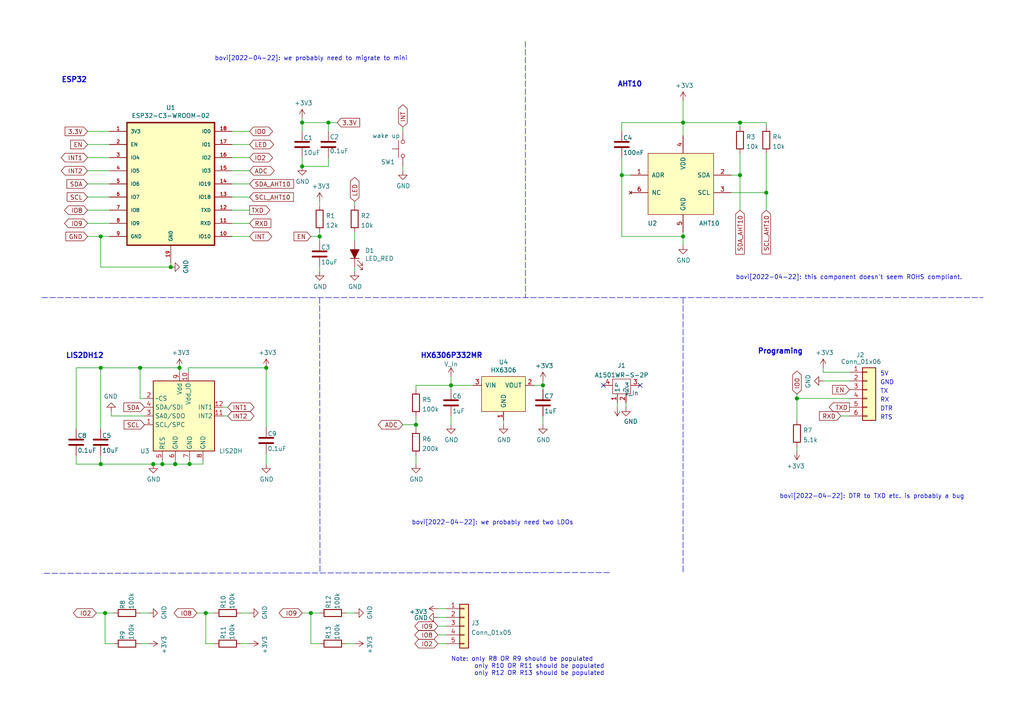
<source format=kicad_sch>
(kicad_sch (version 20211123) (generator eeschema)
  (paper "A4")
  (title_block (title "MindDot") (date "2022-04-22") (rev "2.0-alpha-1") (company "Siemens Ltd. China"))
  (lib_symbols
    (symbol "Connector_Generic:Conn_01x05" (pin_names (offset 1.016) hide)
      (property "Reference" "J" (at 0 7.62 0))
      (property "Value" "Conn_01x05" (at 0 -7.62 0))
      (symbol "Conn_01x05_1_1"
        (rectangle (start -1.27 -4.953) (end 0 -5.207) (stroke (width 0.1524)))
        (rectangle (start -1.27 -2.413) (end 0 -2.667) (stroke (width 0.1524)))
        (rectangle (start -1.27 0.127) (end 0 -0.127) (stroke (width 0.1524)))
        (rectangle (start -1.27 2.667) (end 0 2.413) (stroke (width 0.1524)))
        (rectangle (start -1.27 5.207) (end 0 4.953) (stroke (width 0.1524)))
        (rectangle (start -1.27 6.35) (end 1.27 -6.35) (stroke (width 0.254)) (fill (type background)))
        (pin passive line (at -5.08 5.08 0) (length 3.81) (name "Pin_1") (number "1"))
        (pin passive line (at -5.08 2.54 0) (length 3.81) (name "Pin_2") (number "2"))
        (pin passive line (at -5.08 0 0) (length 3.81) (name "Pin_3") (number "3"))
        (pin passive line (at -5.08 -2.54 0) (length 3.81) (name "Pin_4") (number "4"))
        (pin passive line (at -5.08 -5.08 0) (length 3.81) (name "Pin_5") (number "5"))
      )
    )
    (symbol "Connector_Generic:Conn_02x05_Odd_Even" (pin_names (offset 1.016) hide)
      (property "Reference" "J?" (at -1.9304 10.0838 0))
      (property "Value" "Conn_01x06" (at -1.7272 8.128 0))
      (symbol "Conn_02x05_Odd_Even_1_1"
        (rectangle (start -1.27 -4.953) (end 0 -5.207) (stroke (width 0.1524)))
        (rectangle (start -1.27 -2.413) (end 0 -2.667) (stroke (width 0.1524)))
        (rectangle (start -1.27 0.127) (end 0 -0.127) (stroke (width 0.1524)))
        (rectangle (start -1.27 2.667) (end 0 2.413) (stroke (width 0.1524)))
        (rectangle (start -1.27 5.207) (end 0 4.953) (stroke (width 0.1524)))
        (rectangle (start -1.27 6.35) (end 2.54 -8.89) (stroke (width 0.254)) (fill (type background)))
        (rectangle (start -1.2192 -7.5184) (end 0.0508 -7.7724) (stroke (width 0.1524)))
        (pin passive line (at -5.08 5.08 0) (length 3.81) (name "Pin_1") (number "1"))
        (pin passive line (at -5.08 2.54 0) (length 3.81) (name "Pin_2") (number "2"))
        (pin passive line (at -5.08 0 0) (length 3.81) (name "Pin_3") (number "3"))
        (pin passive line (at -5.08 -2.54 0) (length 3.81) (name "Pin_4") (number "4"))
        (pin passive line (at -5.08 -5.08 0) (length 3.81) (name "Pin_5") (number "5"))
        (pin passive line (at -5.08 -7.62 0) (length 3.81) (name "Pin_6") (number "6"))
      )
    )
    (symbol "Device:C_1" (pin_numbers hide) (pin_names (offset 0.254))
      (property "Reference" "C" (at 0.635 2.54 0))
      (property "Value" "C" (at 0.635 -2.54 0))
      (symbol "C_1_0_1"
        (polyline (pts (xy -2.032 -0.762) (xy 2.032 -0.762)) (stroke (width 0.508)))
        (polyline (pts (xy -2.032 0.762) (xy 2.032 0.762)) (stroke (width 0.508)))
      )
      (symbol "C_1_1_1"
        (pin passive line (at 0 3.81 270) (length 2.794) (name "~") (number "1"))
        (pin passive line (at 0 -3.81 90) (length 2.794) (name "~") (number "2"))
      )
    )
    (symbol "Device:LED_ALT" (pin_numbers hide) (pin_names (offset 1.016) hide)
      (property "Reference" "D" (at 0 2.54 0))
      (property "Value" "Device_LED_ALT" (at 0 -2.54 0))
      (symbol "LED_ALT_0_1"
        (polyline (pts (xy -1.27 -1.27) (xy -1.27 1.27)) (stroke (width 0.2032)))
        (polyline (pts (xy -1.27 0) (xy 1.27 0)))
        (polyline (pts (xy 1.27 -1.27) (xy 1.27 1.27) (xy -1.27 0) (xy 1.27 -1.27)) (stroke (width 0.2032)) (fill (type outline)))
        (polyline (pts (xy -3.048 -0.762) (xy -4.572 -2.286) (xy -3.81 -2.286) (xy -4.572 -2.286) (xy -4.572 -1.524)))
        (polyline (pts (xy -1.778 -0.762) (xy -3.302 -2.286) (xy -2.54 -2.286) (xy -3.302 -2.286) (xy -3.302 -1.524)))
      )
      (symbol "LED_ALT_1_1"
        (pin passive line (at -3.81 0 0) (length 2.54) (name "K") (number "1"))
        (pin passive line (at 3.81 0 180) (length 2.54) (name "A") (number "2"))
      )
    )
    (symbol "Device:R_1" (pin_numbers hide) (pin_names (offset 0))
      (property "Reference" "R" (at 2.032 0 90))
      (property "Value" "R" (at 0 0 90))
      (symbol "R_1_0_1"
        (rectangle (start -1.016 -2.54) (end 1.016 2.54) (stroke (width 0.254)))
      )
      (symbol "R_1_1_1"
        (pin passive line (at 0 3.81 270) (length 1.27) (name "~") (number "1"))
        (pin passive line (at 0 -3.81 90) (length 1.27) (name "~") (number "2"))
      )
    )
    (symbol "ESP-AHT10-Extra-rescue:AHT10-AHT10" (pin_names (offset 1.016))
      (property "Reference" "U2" (at -8.89 -11.43 0))
      (property "Value" "AHT10" (at 7.62 -11.43 0))
      (symbol "AHT10-AHT10_0_1"
        (rectangle (start -10.16 8.89) (end 8.89 -8.89) (fill (type background)))
      )
      (symbol "AHT10-AHT10_1_1"
        (pin input line (at -15.24 2.54 0) (length 5.08) (name "ADR") (number "1"))
        (pin bidirectional line (at 13.97 2.54 180) (length 5.08) (name "SDA") (number "2"))
        (pin bidirectional line (at 13.97 -2.54 180) (length 5.08) (name "SCL") (number "3"))
        (pin power_in line (at 0 13.97 270) (length 5.08) (name "VDD") (number "4"))
        (pin power_in line (at 0 -13.97 90) (length 5.08) (name "GND") (number "5"))
        (pin no_connect line (at -15.24 -2.54 0) (length 5.08) (name "NC") (number "6"))
      )
    )
    (symbol "ESP-AHT10-Extra-rescue:GND-power" (power) (pin_names (offset 0))
      (property "Value" "GND-power" (at 0 -3.81 0))
      (symbol "GND-power_0_1"
        (polyline (pts (xy 0 0) (xy 0 -1.27) (xy 1.27 -1.27) (xy 0 -2.54) (xy -1.27 -1.27) (xy 0 -1.27)))
      )
      (symbol "GND-power_1_1"
        (pin power_in line (at 0 0 270) (length 0) hide (name "GND") (number "1"))
      )
    )
    (symbol "Library:V_In" (power) (pin_names (offset 0))
      (property "Value" "V_In" (at -2.1589 -4.0985 0))
      (symbol "V_In_0_1"
        (polyline (pts (xy -0.762 1.27) (xy 0 2.54)))
        (polyline (pts (xy 0 0) (xy 0 2.54)))
        (polyline (pts (xy 0 2.54) (xy 0.762 1.27)))
      )
      (symbol "V_In_1_1"
        (pin power_in line (at 0 0 90) (length 0) hide (name "V_In") (number "1"))
      )
    )
    (symbol "Library:V_In_1" (power) (pin_names (offset 0))
      (property "Value" "V_In" (at 0 3.6046 0))
      (symbol "V_In_1_0_1"
        (polyline (pts (xy -0.762 1.27) (xy 0 2.54)))
        (polyline (pts (xy 0 0) (xy 0 2.54)))
        (polyline (pts (xy 0 2.54) (xy 0.762 1.27)))
      )
      (symbol "V_In_1_1_1"
        (pin power_in line (at 0 0 90) (length 0) hide (name "V_In") (number "1"))
      )
    )
    (symbol "Sensor_Motion:LIS2DH"
      (property "Reference" "U3" (at -11.43 -10.16 0))
      (property "Value" "LIS2DH" (at 11.43 -10.16 0))
      (symbol "LIS2DH_0_1"
        (rectangle (start -7.62 10.16) (end 10.16 -10.16) (stroke (width 0.254)) (fill (type background)))
      )
      (symbol "LIS2DH_1_1"
        (pin input line (at -10.16 -2.54 0) (length 2.54) (name "SCL/SPC") (number "1"))
        (pin power_in line (at 2.54 12.7 270) (length 2.54) (name "Vdd_IO") (number "10"))
        (pin output line (at 12.7 0 180) (length 2.54) (name "INT2") (number "11"))
        (pin output line (at 12.7 2.54 180) (length 2.54) (name "INT1") (number "12"))
        (pin input line (at -10.16 5.08 0) (length 2.54) (name "~CS") (number "2"))
        (pin bidirectional line (at -10.16 0 0) (length 2.54) (name "SA0/SDO") (number "3"))
        (pin bidirectional line (at -10.16 2.54 0) (length 2.54) (name "SDA/SDI") (number "4"))
        (pin power_in line (at -4.9784 -12.8524 90) (length 2.54) (name "RES") (number "5"))
        (pin power_in line (at -1.2192 -12.8016 90) (length 2.54) (name "GND") (number "6"))
        (pin power_in line (at 2.921 -12.827 90) (length 2.54) (name "GND") (number "7"))
        (pin power_in line (at 6.8072 -12.8016 90) (length 2.54) (name "GND") (number "8"))
        (pin power_in line (at 0 12.7 270) (length 2.54) (name "Vdd") (number "9"))
      )
    )
    (symbol "Subrack:HX6306" (pin_names (offset 1.016))
      (property "Reference" "U" (at 0 3.81 0))
      (property "Value" "HX6306" (at 5.08 -8.89 0))
      (symbol "HX6306_0_1"
        (rectangle (start -6.35 2.54) (end 6.35 -7.62) (fill (type background)))
      )
      (symbol "HX6306_1_1"
        (pin power_in line (at 0 -10.16 90) (length 2.54) (name "GND") (number "1"))
        (pin power_out line (at 8.89 0 180) (length 2.54) (name "VOUT") (number "2"))
        (pin power_in line (at -8.89 0 0) (length 2.54) (name "VIN") (number "3"))
      )
    )
    (symbol "e-tinkers-esp32-c3-rescue:+3.3V-power" (power) (pin_names (offset 0))
      (property "Value" "+3.3V-power" (at 0 3.556 0))
      (symbol "+3.3V-power_0_1"
        (polyline (pts (xy -0.762 1.27) (xy 0 2.54)))
        (polyline (pts (xy 0 0) (xy 0 2.54)))
        (polyline (pts (xy 0 2.54) (xy 0.762 1.27)))
      )
      (symbol "+3.3V-power_1_1"
        (pin power_in line (at 0 0 90) (length 0) hide (name "+3V3") (number "1"))
      )
    )
    (symbol "e-tinkers-esp32-c3-rescue:ESP32-C3-WROOM-02-ESP32-C3-WROOM-02" (pin_names (offset 1.016))
      (property "Reference" "U1" (at 0 22.098 0))
      (property "Value" "ESP32-C3-WROOM-02" (at 0 19.7866 0))
      (symbol "ESP32-C3-WROOM-02-ESP32-C3-WROOM-02_0_0"
        (rectangle (start -12.7 -17.78) (end 12.7 17.78) (stroke (width 0.4064)) (fill (type background)))
        (pin power_in line (at -17.78 15.24 0) (length 5.08) (name "3V3") (number "1"))
        (pin bidirectional line (at 17.78 -15.24 180) (length 5.08) (name "IO10") (number "10"))
        (pin bidirectional line (at 17.78 -11.43 180) (length 5.08) (name "RXD") (number "11"))
        (pin bidirectional line (at 17.78 -7.62 180) (length 5.08) (name "TXD") (number "12"))
        (pin bidirectional line (at 17.78 -3.81 180) (length 5.08) (name "IO18") (number "13"))
        (pin open_collector line (at 17.78 0 180) (length 5.08) (name "IO19") (number "14"))
        (pin bidirectional line (at 17.78 3.81 180) (length 5.08) (name "IO3") (number "15"))
        (pin bidirectional line (at 17.78 7.62 180) (length 5.08) (name "IO2") (number "16"))
        (pin bidirectional line (at 17.78 11.43 180) (length 5.08) (name "IO1") (number "17"))
        (pin bidirectional line (at 17.78 15.24 180) (length 5.08) (name "IO0") (number "18"))
        (pin power_in line (at 0 -22.86 90) (length 5.08) (name "GND") (number "19"))
        (pin input line (at -17.78 11.43 0) (length 5.08) (name "EN") (number "2"))
        (pin bidirectional line (at -17.78 7.62 0) (length 5.08) (name "IO4") (number "3"))
        (pin bidirectional line (at -17.78 3.81 0) (length 5.08) (name "IO5") (number "4"))
        (pin bidirectional line (at -17.78 0 0) (length 5.08) (name "IO6") (number "5"))
        (pin bidirectional line (at -17.78 -3.81 0) (length 5.08) (name "IO7") (number "6"))
        (pin bidirectional line (at -17.78 -7.62 0) (length 5.08) (name "IO8") (number "7"))
        (pin bidirectional line (at -17.78 -11.43 0) (length 5.08) (name "IO9") (number "8"))
        (pin power_in line (at -17.78 -15.24 0) (length 5.08) (name "GND") (number "9"))
      )
    )
    (symbol "e-tinkers-esp32-c3-rescue:GND-power" (power) (pin_names (offset 0))
      (property "Value" "GND-power" (at 0 -3.81 0))
      (symbol "GND-power_0_1"
        (polyline (pts (xy 0 0) (xy 0 -1.27) (xy 1.27 -1.27) (xy 0 -2.54) (xy -1.27 -1.27) (xy 0 -1.27)))
      )
      (symbol "GND-power_1_1"
        (pin power_in line (at 0 0 270) (length 0) hide (name "GND") (number "1"))
      )
    )
    (symbol "e-tinkers-esp32-c3-rescue:SW_Push-Switch_1" (pin_numbers hide) (pin_names (offset 1.016) hide)
      (property "Reference" "SW2" (at -3.81 -5.08 90))
      (property "Value" "RESET" (at 3.81 -7.62 90))
      (symbol "SW_Push-Switch_1_0_1"
        (circle (center -2.032 0) (radius 0.508))
        (polyline (pts (xy 0 1.27) (xy 0 3.048)))
        (polyline (pts (xy 2.54 1.27) (xy -2.54 1.27)))
        (circle (center 2.032 0) (radius 0.508))
        (pin passive line (at -5.08 0 0) (length 2.54) (name "1") (number "1"))
        (pin passive line (at 5.08 0 180) (length 2.54) (name "2") (number "2"))
      )
    )
    (symbol "esp32c3-altium-import:A1501WR-S-2P"
      (property "Reference" "J1" (at -0.0508 5.7446 0))
      (property "Value" "A1501WR-S-2P" (at -0.0508 2.9695 0))
      (symbol "A1501WR-S-2P_0_1"
        (rectangle (start -2.667 1.8288) (end 2.5654 -2.4638) (stroke (width 0.1524)))
      )
      (symbol "A1501WR-S-2P_1_1"
        (pin bidirectional line (at -1.2954 -5.08 90) (length 2.54) (name "1") (number "1"))
        (pin bidirectional line (at 1.2192 -5.08 90) (length 2.54) (name "2") (number "2"))
        (pin bidirectional line (at 5.207 0 180) (length 2.54) (name "3") (number "3"))
        (pin bidirectional line (at -5.3086 0 0) (length 2.54) (name "4") (number "4"))
      )
    )
    (symbol "power:+3V3" (power) (pin_names (offset 0))
      (property "Value" "power_+3V3" (at 0 3.556 0))
      (symbol "+3V3_0_1"
        (polyline (pts (xy -0.762 1.27) (xy 0 2.54)))
        (polyline (pts (xy 0 0) (xy 0 2.54)))
        (polyline (pts (xy 0 2.54) (xy 0.762 1.27)))
      )
      (symbol "+3V3_1_1"
        (pin power_in line (at 0 0 90) (length 0) hide (name "+3V3") (number "1"))
      )
    )
    (symbol "power:GND" (power) (pin_names (offset 0))
      (property "Value" "power_GND" (at 0 -3.81 0))
      (symbol "GND_0_1"
        (polyline (pts (xy 0 0) (xy 0 -1.27) (xy 1.27 -1.27) (xy 0 -2.54) (xy -1.27 -1.27) (xy 0 -1.27)))
      )
      (symbol "GND_1_1"
        (pin power_in line (at 0 0 270) (length 0) hide (name "GND") (number "1"))
      )
    )
  )
  (junction (at 222.25 55.88) (diameter 1.016))
  (junction (at 30.48 177.8) (diameter 1.016))
  (junction (at 29.21 106.68) (diameter 1.016))
  (junction (at 90.17 177.8) (diameter 1.016))
  (junction (at 231.14 115.57) (diameter 1.016))
  (junction (at 87.63 48.26) (diameter 1.016))
  (junction (at 44.45 134.62) (diameter 1.016))
  (junction (at 130.81 111.76) (diameter 1.016))
  (junction (at 49.53 77.47) (diameter 1.016))
  (junction (at 214.63 35.56) (diameter 1.016))
  (junction (at 29.21 134.62) (diameter 1.016))
  (junction (at 47.0916 134.62) (diameter 1.016))
  (junction (at 120.65 123.19) (diameter 1.016))
  (junction (at 214.63 50.8) (diameter 1.016))
  (junction (at 40.64 106.68) (diameter 1.016))
  (junction (at 198.12 35.56) (diameter 1.016))
  (junction (at 29.21 68.58) (diameter 1.016))
  (junction (at 59.69 177.8) (diameter 1.016))
  (junction (at 50.8508 134.62) (diameter 1.016))
  (junction (at 95.25 35.56) (diameter 1.016))
  (junction (at 77.216 106.68) (diameter 1.016))
  (junction (at 87.63 35.56) (diameter 1.016))
  (junction (at 180.34 50.8) (diameter 1.016))
  (junction (at 198.12 68.58) (diameter 1.016))
  (junction (at 92.71 68.58) (diameter 1.016))
  (junction (at 54.991 134.5946) (diameter 1.016))
  (junction (at 50.8 134.62) (diameter 1.016))
  (junction (at 157.48 111.76) (diameter 1.016))
  (junction (at 52.07 106.68) (diameter 1.016))
  (no_connect (at 175.006 111.76))
  (no_connect (at 185.674 111.76))
  (wire (pts (xy 67.31 49.53) (xy 72.39 49.53)))
  (wire (pts (xy 222.25 60.96) (xy 222.25 55.88)))
  (wire (pts (xy 50.8 134.5692) (xy 50.8 134.62)))
  (wire (pts (xy 92.71 58.42) (xy 92.71 59.69)))
  (wire (pts (xy 67.31 64.77) (xy 72.39 64.77)))
  (wire (pts (xy 238.76 110.49) (xy 246.38 110.49)))
  (wire (pts (xy 92.71 67.31) (xy 92.71 68.58)))
  (wire (pts (xy 92.71 68.58) (xy 92.71 69.85)))
  (wire (pts (xy 222.25 44.45) (xy 222.25 55.88)))
  (wire (pts (xy 49.53 77.47) (xy 49.53 76.2)))
  (wire (pts (xy 238.76 107.95) (xy 238.76 106.68)))
  (wire (pts (xy 246.38 107.95) (xy 238.76 107.95)))
  (wire (pts (xy 62.23 177.8) (xy 59.69 177.8)))
  (wire (pts (xy 22.098 106.68) (xy 29.21 106.68)))
  (wire (pts (xy 22.098 124.46) (xy 22.098 106.68)))
  (wire (pts (xy 130.81 120.65) (xy 130.81 123.19)))
  (wire (pts (xy 54.991 133.477) (xy 54.991 134.5946)))
  (wire (pts (xy 54.991 134.5946) (xy 54.991 134.62)))
  (wire (pts (xy 90.17 177.8) (xy 90.17 186.69)))
  (wire (pts (xy 116.84 123.19) (xy 120.65 123.19)))
  (wire (pts (xy 100.33 177.8) (xy 102.87 177.8)))
  (wire (pts (xy 87.63 35.56) (xy 87.63 38.1)))
  (wire (pts (xy 90.17 68.58) (xy 92.71 68.58)))
  (wire (pts (xy 198.12 68.58) (xy 198.12 71.12)))
  (wire (pts (xy 198.12 35.56) (xy 214.63 35.56)))
  (wire (pts (xy 214.63 35.56) (xy 222.25 35.56)))
  (wire (pts (xy 180.34 35.56) (xy 198.12 35.56)))
  (wire (pts (xy 130.81 111.76) (xy 130.81 113.03)))
  (wire (pts (xy 231.14 114.3) (xy 231.14 115.57)))
  (wire (pts (xy 95.25 48.26) (xy 95.25 45.72)))
  (wire (pts (xy 181.5592 116.84) (xy 181.5592 118.11)))
  (wire (pts (xy 54.61 106.68) (xy 77.216 106.68)))
  (wire (pts (xy 77.216 106.68) (xy 77.216 123.952)))
  (wire (pts (xy 67.31 41.91) (xy 72.39 41.91)))
  (wire (pts (xy 29.21 106.68) (xy 29.21 124.46)))
  (wire (pts (xy 25.4 60.96) (xy 31.75 60.96)))
  (wire (pts (xy 127 186.69) (xy 129.54 186.69)))
  (wire (pts (xy 102.87 77.47) (xy 102.87 78.74)))
  (wire (pts (xy 67.31 45.72) (xy 72.39 45.72)))
  (wire (pts (xy 127 181.61) (xy 129.54 181.61)))
  (wire (pts (xy 29.21 134.62) (xy 44.45 134.62)))
  (polyline (pts (xy 12.1412 86.3092) (xy 285.1912 86.3092)) (stroke (width 0) (type dash)))
  (wire (pts (xy 50.8508 133.4516) (xy 50.8508 134.62)))
  (wire (pts (xy 25.4 57.15) (xy 31.75 57.15)))
  (wire (pts (xy 44.45 134.62) (xy 47.0916 134.62)))
  (wire (pts (xy 47.0916 134.62) (xy 50.8 134.62)))
  (wire (pts (xy 50.8 134.62) (xy 50.8508 134.62)))
  (wire (pts (xy 50.8508 134.62) (xy 54.991 134.62)))
  (wire (pts (xy 243.84 120.65) (xy 246.38 120.65)))
  (wire (pts (xy 64.77 120.65) (xy 66.04 120.65)))
  (wire (pts (xy 47.0916 133.5024) (xy 47.0916 134.62)))
  (wire (pts (xy 100.33 186.69) (xy 102.87 186.69)))
  (wire (pts (xy 180.34 68.58) (xy 198.12 68.58)))
  (wire (pts (xy 40.64 115.57) (xy 40.64 106.68)))
  (wire (pts (xy 182.88 50.8) (xy 180.34 50.8)))
  (wire (pts (xy 29.21 106.68) (xy 40.64 106.68)))
  (wire (pts (xy 157.48 120.65) (xy 157.48 123.19)))
  (wire (pts (xy 179.0446 116.84) (xy 179.0446 118.11)))
  (wire (pts (xy 214.63 35.56) (xy 214.63 36.83)))
  (wire (pts (xy 198.12 67.31) (xy 198.12 68.58)))
  (wire (pts (xy 87.63 177.8) (xy 90.17 177.8)))
  (wire (pts (xy 87.63 45.72) (xy 87.63 48.26)))
  (wire (pts (xy 212.09 55.88) (xy 222.25 55.88)))
  (wire (pts (xy 120.65 132.08) (xy 120.65 134.62)))
  (wire (pts (xy 92.71 177.8) (xy 90.17 177.8)))
  (wire (pts (xy 25.4 64.77) (xy 31.75 64.77)))
  (wire (pts (xy 146.05 121.92) (xy 146.05 123.19)))
  (wire (pts (xy 157.48 111.76) (xy 157.48 113.03)))
  (wire (pts (xy 127 176.53) (xy 129.54 176.53)))
  (wire (pts (xy 30.48 177.8) (xy 30.48 186.69)))
  (wire (pts (xy 30.48 186.69) (xy 33.02 186.69)))
  (wire (pts (xy 33.02 177.8) (xy 30.48 177.8)))
  (wire (pts (xy 69.85 177.8) (xy 72.39 177.8)))
  (wire (pts (xy 25.4 45.72) (xy 31.75 45.72)))
  (wire (pts (xy 25.4 68.58) (xy 29.21 68.58)))
  (wire (pts (xy 29.21 68.58) (xy 31.75 68.58)))
  (wire (pts (xy 127 179.07) (xy 129.54 179.07)))
  (polyline (pts (xy 198.12 165.1) (xy 198.12 165.8874)) (stroke (width 0) (type dash)))
  (wire (pts (xy 25.4 53.34) (xy 31.75 53.34)))
  (wire (pts (xy 212.09 50.8) (xy 214.63 50.8)))
  (wire (pts (xy 41.91 115.57) (xy 40.64 115.57)))
  (wire (pts (xy 64.77 118.11) (xy 66.04 118.11)))
  (wire (pts (xy 40.64 186.69) (xy 43.18 186.69)))
  (polyline (pts (xy 152.3746 12.0396) (xy 152.4 86.36)) (stroke (width 0) (type dash)))
  (wire (pts (xy 127 184.15) (xy 129.54 184.15)))
  (wire (pts (xy 52.07 107.95) (xy 52.07 106.68)))
  (wire (pts (xy 130.81 109.22) (xy 130.81 111.76)))
  (wire (pts (xy 40.64 106.68) (xy 52.07 106.68)))
  (wire (pts (xy 87.63 48.26) (xy 95.25 48.26)))
  (wire (pts (xy 97.79 35.56) (xy 95.25 35.56)))
  (wire (pts (xy 67.31 38.1) (xy 72.39 38.1)))
  (wire (pts (xy 154.94 111.76) (xy 157.48 111.76)))
  (wire (pts (xy 77.216 131.572) (xy 77.216 134.62)))
  (wire (pts (xy 67.31 53.34) (xy 72.39 53.34)))
  (wire (pts (xy 59.69 177.8) (xy 59.69 186.69)))
  (wire (pts (xy 214.63 44.45) (xy 214.63 50.8)))
  (wire (pts (xy 29.21 132.08) (xy 29.21 134.62)))
  (wire (pts (xy 87.63 34.29) (xy 87.63 35.56)))
  (wire (pts (xy 120.65 120.65) (xy 120.65 123.19)))
  (wire (pts (xy 120.65 123.19) (xy 120.65 124.46)))
  (wire (pts (xy 58.8772 133.4516) (xy 58.8772 134.5946)))
  (wire (pts (xy 58.8772 134.5946) (xy 54.991 134.5946)))
  (wire (pts (xy 54.61 106.68) (xy 54.61 107.95)))
  (wire (pts (xy 69.85 186.69) (xy 72.39 186.69)))
  (wire (pts (xy 92.71 77.47) (xy 92.71 78.74)))
  (polyline (pts (xy 176.7586 166.0652) (xy 12.1412 166.2938)) (stroke (width 0) (type dash)))
  (wire (pts (xy 102.87 58.42) (xy 102.87 59.69)))
  (wire (pts (xy 67.31 60.96) (xy 72.39 60.96)))
  (wire (pts (xy 40.64 177.8) (xy 43.18 177.8)))
  (wire (pts (xy 120.65 111.76) (xy 130.81 111.76)))
  (wire (pts (xy 120.65 113.03) (xy 120.65 111.76)))
  (wire (pts (xy 231.14 115.57) (xy 231.14 121.92)))
  (wire (pts (xy 180.34 50.8) (xy 180.34 68.58)))
  (wire (pts (xy 25.4 49.53) (xy 31.75 49.53)))
  (wire (pts (xy 231.14 129.54) (xy 231.14 130.81)))
  (wire (pts (xy 116.84 36.83) (xy 116.84 38.1)))
  (wire (pts (xy 95.25 35.56) (xy 87.63 35.56)))
  (wire (pts (xy 95.25 38.1) (xy 95.25 35.56)))
  (wire (pts (xy 90.17 186.69) (xy 92.71 186.69)))
  (wire (pts (xy 116.84 48.26) (xy 116.84 49.53)))
  (wire (pts (xy 67.31 57.15) (xy 72.39 57.15)))
  (wire (pts (xy 231.14 115.57) (xy 246.38 115.57)))
  (wire (pts (xy 130.81 111.76) (xy 137.16 111.76)))
  (wire (pts (xy 198.12 35.56) (xy 198.12 39.37)))
  (wire (pts (xy 102.87 67.31) (xy 102.87 69.85)))
  (wire (pts (xy 180.34 38.1) (xy 180.34 35.56)))
  (wire (pts (xy 157.48 111.76) (xy 157.48 110.49)))
  (wire (pts (xy 27.94 177.8) (xy 30.48 177.8)))
  (polyline (pts (xy 198.12 86.36) (xy 198.12 165.1)) (stroke (width 0) (type dash)))
  (wire (pts (xy 214.63 50.8) (xy 214.63 60.96)))
  (wire (pts (xy 198.12 29.21) (xy 198.12 35.56)))
  (wire (pts (xy 57.15 177.8) (xy 59.69 177.8)))
  (wire (pts (xy 25.4 41.91) (xy 31.75 41.91)))
  (wire (pts (xy 180.34 45.72) (xy 180.34 50.8)))
  (wire (pts (xy 59.69 186.69) (xy 62.23 186.69)))
  (wire (pts (xy 29.21 77.47) (xy 29.21 68.58)))
  (wire (pts (xy 49.53 77.47) (xy 29.21 77.47)))
  (wire (pts (xy 22.098 134.62) (xy 22.098 132.08)))
  (wire (pts (xy 29.21 134.62) (xy 22.098 134.62)))
  (polyline (pts (xy 92.71 86.36) (xy 92.8116 166.1922)) (stroke (width 0) (type dash)))
  (wire (pts (xy 25.4 38.1) (xy 31.75 38.1)))
  (wire (pts (xy 67.31 68.58) (xy 72.39 68.58)))
  (wire (pts (xy 222.25 35.56) (xy 222.25 36.83)))
  (wire (pts (xy 32.258 120.65) (xy 32.258 119.38)))
  (wire (pts (xy 41.91 120.65) (xy 32.258 120.65)))
  (text "bovi[2022-04-22]: DTR to TXD etc. is probably a bug " (at 226.06 144.78 0) (effects (font (size 1.27 1.27)) (justify left bottom)))
  (text "ESP32" (at 17.78 24.13 0) (effects (font (size 1.4986 1.4986) (thickness 0.2997) bold) (justify left bottom)))
  (text "bovi[2022-04-22]: we probably need two LDOs" (at 119.38 152.4 0) (effects (font (size 1.27 1.27)) (justify left bottom)))
  (text "5V" (at 255.27 109.22 0) (effects (font (size 1.27 1.27)) (justify left bottom)))
  (text "bovi[2022-04-22]: this component doesn't seem ROHS compliant." (at 213.36 81.28 0) (effects (font (size 1.27 1.27)) (justify left bottom)))
  (text "DTR" (at 255.27 119.38 0) (effects (font (size 1.27 1.27)) (justify left bottom)))
  (text "AHT10" (at 179.07 25.4 0) (effects (font (size 1.4986 1.4986) (thickness 0.2997) bold) (justify left bottom)))
  (text "GND" (at 255.27 111.76 0) (effects (font (size 1.27 1.27)) (justify left bottom)))
  (text "HX6306P332MR" (at 121.92 104.14 0) (effects (font (size 1.4986 1.4986) (thickness 0.2997) bold) (justify left bottom)))
  (text "RTS" (at 255.27 121.92 0) (effects (font (size 1.27 1.27)) (justify left bottom)))
  (text "TX" (at 255.27 114.3 0) (effects (font (size 1.27 1.27)) (justify left bottom)))
  (text "LIS2DH12" (at 19.05 104.14 0) (effects (font (size 1.4986 1.4986) (thickness 0.2997) bold) (justify left bottom)))
  (text "bovi[2022-04-22]: we probably need to migrate to mini" (at 62.23 17.78 0) (effects (font (size 1.27 1.27)) (justify left bottom)))
  (text "Programing" (at 219.71 102.87 0) (effects (font (size 1.4986 1.4986) (thickness 0.2997) bold) (justify left bottom)))
  (text "Note: only R8 OR R9 should be populated\n	  only R10 OR R11 should be populated\n	  only R12 OR R13 should be populated\n" (at 130.81 196.088 0) (effects (font (size 1.27 1.27)) (justify left bottom)))
  (text "RX" (at 255.27 116.84 0) (effects (font (size 1.27 1.27)) (justify left bottom)))
  (global_label "SDA_AHT10" (shape input) (at 214.63 60.96 270) (property "Intersheet References" "${INTERSHEET_REFS}" (effects hide)))
  (global_label "ADC" (shape bidirectional) (at 72.39 49.53 0) (property "Intersheet References" "${INTERSHEET_REFS}" (effects hide)))
  (global_label "IO9" (shape bidirectional) (at 127 181.61 180) (property "Intersheet References" "${INTERSHEET_REFS}" (effects hide)))
  (global_label "SCL" (shape input) (at 25.4 57.15 180) (property "Intersheet References" "${INTERSHEET_REFS}" (effects hide)))
  (global_label "INT2" (shape bidirectional) (at 66.04 120.65 0) (property "Intersheet References" "${INTERSHEET_REFS}" (effects hide)))
  (global_label "SCL" (shape input) (at 41.91 123.19 180) (property "Intersheet References" "${INTERSHEET_REFS}" (effects hide)))
  (global_label "SCL_AHT10" (shape input) (at 72.39 57.15 0) (property "Intersheet References" "${INTERSHEET_REFS}" (effects hide)))
  (global_label "SDA_AHT10" (shape input) (at 72.39 53.34 0) (property "Intersheet References" "${INTERSHEET_REFS}" (effects hide)))
  (global_label "IO0" (shape bidirectional) (at 231.14 114.3 90) (property "Intersheet References" "${INTERSHEET_REFS}" (effects hide)))
  (global_label "IO2" (shape bidirectional) (at 127 186.69 180) (property "Intersheet References" "${INTERSHEET_REFS}" (effects hide)))
  (global_label "IO9" (shape bidirectional) (at 25.4 64.77 180) (property "Intersheet References" "${INTERSHEET_REFS}" (effects hide)))
  (global_label "IO9" (shape bidirectional) (at 87.63 177.8 180) (property "Intersheet References" "${INTERSHEET_REFS}" (effects hide)))
  (global_label "IO0" (shape bidirectional) (at 72.39 38.1 0) (property "Intersheet References" "${INTERSHEET_REFS}" (effects hide)))
  (global_label "LED" (shape bidirectional) (at 72.39 41.91 0) (property "Intersheet References" "${INTERSHEET_REFS}" (effects hide)))
  (global_label "IO8" (shape bidirectional) (at 25.4 60.96 180) (property "Intersheet References" "${INTERSHEET_REFS}" (effects hide)))
  (global_label "EN" (shape input) (at 25.4 41.91 180) (property "Intersheet References" "${INTERSHEET_REFS}" (effects hide)))
  (global_label "IO2" (shape bidirectional) (at 27.94 177.8 180) (property "Intersheet References" "${INTERSHEET_REFS}" (effects hide)))
  (global_label "EN" (shape input) (at 246.38 113.03 180) (property "Intersheet References" "${INTERSHEET_REFS}" (effects hide)))
  (global_label "INT1" (shape bidirectional) (at 25.4 45.72 180) (property "Intersheet References" "${INTERSHEET_REFS}" (effects hide)))
  (global_label "3.3V" (shape input) (at 97.79 35.56 0) (property "Intersheet References" "${INTERSHEET_REFS}" (effects hide)))
  (global_label "EN" (shape input) (at 90.17 68.58 180) (property "Intersheet References" "${INTERSHEET_REFS}" (effects hide)))
  (global_label "TXD" (shape output) (at 246.38 118.11 180) (property "Intersheet References" "${INTERSHEET_REFS}" (effects hide)))
  (global_label "ADC" (shape bidirectional) (at 116.84 123.19 180) (property "Intersheet References" "${INTERSHEET_REFS}" (effects hide)))
  (global_label "INT" (shape bidirectional) (at 116.84 36.83 90) (property "Intersheet References" "${INTERSHEET_REFS}" (effects hide)))
  (global_label "IO2" (shape bidirectional) (at 72.39 45.72 0) (property "Intersheet References" "${INTERSHEET_REFS}" (effects hide)))
  (global_label "TXD" (shape output) (at 72.39 60.96 0) (property "Intersheet References" "${INTERSHEET_REFS}" (effects hide)))
  (global_label "RXD" (shape input) (at 243.84 120.65 180) (property "Intersheet References" "${INTERSHEET_REFS}" (effects hide)))
  (global_label "INT" (shape bidirectional) (at 72.39 68.58 0) (property "Intersheet References" "${INTERSHEET_REFS}" (effects hide)))
  (global_label "IO8" (shape bidirectional) (at 57.15 177.8 180) (property "Intersheet References" "${INTERSHEET_REFS}" (effects hide)))
  (global_label "3.3V" (shape input) (at 25.4 38.1 180) (property "Intersheet References" "${INTERSHEET_REFS}" (effects hide)))
  (global_label "INT1" (shape bidirectional) (at 66.04 118.11 0) (property "Intersheet References" "${INTERSHEET_REFS}" (effects hide)))
  (global_label "RXD" (shape input) (at 72.39 64.77 0) (property "Intersheet References" "${INTERSHEET_REFS}" (effects hide)))
  (global_label "GND" (shape input) (at 25.4 68.58 180) (property "Intersheet References" "${INTERSHEET_REFS}" (effects hide)))
  (global_label "IO8" (shape bidirectional) (at 127 184.15 180) (property "Intersheet References" "${INTERSHEET_REFS}" (effects hide)))
  (global_label "SCL_AHT10" (shape input) (at 222.25 60.96 270) (property "Intersheet References" "${INTERSHEET_REFS}" (effects hide)))
  (global_label "SDA" (shape input) (at 25.4 53.34 180) (property "Intersheet References" "${INTERSHEET_REFS}" (effects hide)))
  (global_label "INT2" (shape bidirectional) (at 25.4 49.53 180) (property "Intersheet References" "${INTERSHEET_REFS}" (effects hide)))
  (global_label "LED" (shape bidirectional) (at 102.87 58.42 90) (property "Intersheet References" "${INTERSHEET_REFS}" (effects hide)))
  (global_label "SDA" (shape input) (at 41.91 118.11 180) (property "Intersheet References" "${INTERSHEET_REFS}" (effects hide)))
  (symbol (lib_name "Device:R_1") (lib_id "Device:R") (at 36.83 177.8 90) (unit 1)
    (property "Reference" "R8" (at 35.56 175.3574 0))
    (property "Value" "100k" (at 38.1 174.3225 0))
    (property "Footprint" "Resistor_SMD:R_0603_1608Metric_Pad0.98x0.95mm_HandSolder" (effects hide))
  )
  (symbol (lib_id "power:GND") (at 32.258 119.38 180) (unit 1)
    (property "Reference" "#PWR0131" (effects hide))
    (property "Value" "GND" (at 32.131 114.9858 0))
  )
  (symbol (lib_id "Library:V_In") (at 179.0446 118.11 180) (unit 1)
    (property "Reference" "#PWR0122" (effects hide))
    (property "Value" "V_In" (at 181.2035 114.0115 0) (effects (justify right)))
  )
  (symbol (lib_name "Device:C_1") (lib_id "Device:C") (at 157.48 116.84 0) (unit 1)
    (property "Reference" "C7" (at 157.8611 114.9155 0) (effects (justify left)))
    (property "Value" "1uF" (at 157.8611 119.2146 0) (effects (justify left)))
    (property "Footprint" "Resistor_SMD:R_0603_1608Metric_Pad0.98x0.95mm_HandSolder" (effects hide))
  )
  (symbol (lib_id "power:GND") (at 102.87 78.74 0) (unit 1)
    (property "Reference" "#PWR0101" (effects hide))
    (property "Value" "GND" (at 102.997 83.1342 0))
  )
  (symbol (lib_id "Connector_Generic:Conn_02x05_Odd_Even") (at 251.46 113.03 0) (unit 1)
    (property "Reference" "J2" (at 249.5296 102.9462 0))
    (property "Value" "Conn_01x06" (at 249.7328 104.902 0))
    (property "Footprint" "Connector_PinSocket_2.54mm:PinSocket_1x06_P2.54mm_Vertical" (effects hide))
  )
  (symbol (lib_id "e-tinkers-esp32-c3-rescue:+3.3V-power") (at 77.216 106.68 0) (unit 1)
    (property "Reference" "#PWR0132" (effects hide))
    (property "Value" "+3.3V" (at 77.597 102.2858 0))
  )
  (symbol (lib_name "Device:R_1") (lib_id "Device:R") (at 120.65 128.27 0) (unit 1)
    (property "Reference" "R6" (at 122.4281 127.3615 0) (effects (justify left)))
    (property "Value" "200k" (at 122.4281 130.1366 0) (effects (justify left)))
    (property "Footprint" "Resistor_SMD:R_0603_1608Metric_Pad0.98x0.95mm_HandSolder" (effects hide))
  )
  (symbol (lib_id "power:GND") (at 130.81 123.19 0) (unit 1)
    (property "Reference" "#PWR0109" (effects hide))
    (property "Value" "GND" (at 130.937 127.5842 0))
  )
  (symbol (lib_name "Device:R_1") (lib_id "Device:R") (at 96.52 177.8 90) (unit 1)
    (property "Reference" "R12" (at 95.25 174.5954 0))
    (property "Value" "100k" (at 97.79 174.3225 0))
    (property "Footprint" "Resistor_SMD:R_0603_1608Metric_Pad0.98x0.95mm_HandSolder" (effects hide))
  )
  (symbol (lib_name "e-tinkers-esp32-c3-rescue:SW_Push-Switch_1") (lib_id "e-tinkers-esp32-c3-rescue:SW_Push-Switch") (at 116.84 43.18 90) (unit 1)
    (property "Reference" "SW1" (at 110.49 46.99 90) (effects (justify right)))
    (property "Value" "wake up" (at 107.95 39.37 90) (effects (justify right)))
    (property "Footprint" "Library:SW-SMD_2PIN-L4.05-W3.00-L" (effects hide))
  )
  (symbol (lib_id "power:GND") (at 181.5592 118.11 0) (unit 1)
    (property "Reference" "#PWR0121" (effects hide))
    (property "Value" "GND" (at 182.9562 122.2502 0))
  )
  (symbol (lib_name "Device:C_1") (lib_id "Device:C") (at 77.216 127.762 0) (unit 1)
    (property "Reference" "C9" (at 77.5971 125.8375 0) (effects (justify left)))
    (property "Value" "0.1uF" (at 77.5971 130.1366 0) (effects (justify left)))
    (property "Footprint" "Resistor_SMD:R_0603_1608Metric_Pad0.98x0.95mm_HandSolder" (effects hide))
  )
  (symbol (lib_id "power:GND") (at 72.39 177.8 90) (unit 1)
    (property "Reference" "#PWR0125" (effects hide))
    (property "Value" "GND" (at 76.7842 177.673 0))
  )
  (symbol (lib_id "power:GND") (at 146.05 123.19 0) (unit 1)
    (property "Reference" "#PWR0106" (effects hide))
    (property "Value" "GND" (at 146.177 127.5842 0))
  )
  (symbol (lib_id "e-tinkers-esp32-c3-rescue:GND-power") (at 87.63 48.26 0) (unit 1)
    (property "Reference" "#PWR0115" (effects hide))
    (property "Value" "GND" (at 87.757 52.6542 0))
  )
  (symbol (lib_name "Device:R_1") (lib_id "Device:R") (at 96.52 186.69 90) (unit 1)
    (property "Reference" "R13" (at 95.25 183.4854 0))
    (property "Value" "100k" (at 97.79 183.2125 0))
    (property "Footprint" "Resistor_SMD:R_0603_1608Metric_Pad0.98x0.95mm_HandSolder" (effects hide))
  )
  (symbol (lib_id "Connector_Generic:Conn_01x05") (at 134.62 181.61 0) (unit 1)
    (property "Reference" "J3" (at 136.6521 180.7015 0) (effects (justify left)))
    (property "Value" "Conn_01x05" (at 136.6521 183.4766 0) (effects (justify left)))
    (property "Footprint" "Connector_PinSocket_2.54mm:PinSocket_1x05_P2.54mm_Vertical" (effects hide))
  )
  (symbol (lib_id "e-tinkers-esp32-c3-rescue:GND-power") (at 49.53 77.47 90) (unit 1)
    (property "Reference" "#PWR0114" (effects hide))
    (property "Value" "GND" (at 53.9242 77.343 0))
  )
  (symbol (lib_id "power:GND") (at 77.216 134.62 0) (unit 1)
    (property "Reference" "#PWR?" (effects hide))
    (property "Value" "GND" (at 77.343 139.0142 0))
  )
  (symbol (lib_name "Device:R_1") (lib_id "Device:R") (at 66.04 186.69 90) (unit 1)
    (property "Reference" "R11" (at 64.77 183.4854 0))
    (property "Value" "100k" (at 67.31 183.2125 0))
    (property "Footprint" "Resistor_SMD:R_0603_1608Metric_Pad0.98x0.95mm_HandSolder" (effects hide))
  )
  (symbol (lib_name "Device:C_1") (lib_id "Device:C") (at 180.34 41.91 0) (unit 1)
    (property "Reference" "C4" (at 180.7211 39.9855 0) (effects (justify left)))
    (property "Value" "100nF" (at 180.7211 44.2846 0) (effects (justify left)))
    (property "Footprint" "Resistor_SMD:R_0603_1608Metric_Pad0.98x0.95mm_HandSolder" (effects hide))
  )
  (symbol (lib_id "power:+3V3") (at 157.48 110.49 0) (unit 1)
    (property "Reference" "#PWR0107" (effects hide))
    (property "Value" "+3V3" (at 157.861 106.0958 0))
  )
  (symbol (lib_name "Device:C_1") (lib_id "Device:C") (at 29.21 128.27 0) (unit 1)
    (property "Reference" "C5" (at 29.5911 126.3455 0) (effects (justify left)))
    (property "Value" "10uF" (at 29.5911 130.6446 0) (effects (justify left)))
    (property "Footprint" "Resistor_SMD:R_0603_1608Metric_Pad0.98x0.95mm_HandSolder" (effects hide))
  )
  (symbol (lib_id "e-tinkers-esp32-c3-rescue:ESP32-C3-WROOM-02-ESP32-C3-WROOM-02") (at 49.53 53.34 0) (unit 1)
    (property "Reference" "U1" (at 49.53 31.242 0))
    (property "Value" "ESP32-C3-WROOM-02" (at 49.53 33.5534 0))
    (property "Footprint" "Library:ESP32-C3-WROOM-02" (effects hide))
    (property "Datasheet" "https://www.espressif.com/sites/default/files/documentation/esp32-c3-wroom-02_datasheet_en.pdf" (effects hide))
  )
  (symbol (lib_name "Device:R_1") (lib_id "Device:R") (at 36.83 186.69 90) (unit 1)
    (property "Reference" "R9" (at 35.56 184.2474 0))
    (property "Value" "100k" (at 38.1 183.2125 0))
    (property "Footprint" "Resistor_SMD:R_0603_1608Metric_Pad0.98x0.95mm_HandSolder" (effects hide))
  )
  (symbol (lib_id "Device:LED_ALT") (at 102.87 73.66 90) (unit 1)
    (property "Reference" "D1" (at 105.8672 72.6694 90) (effects (justify right)))
    (property "Value" "LED_RED" (at 105.8672 74.9808 90) (effects (justify right)))
    (property "Footprint" "LED_SMD:LED_0805_2012Metric" (effects hide))
  )
  (symbol (lib_id "e-tinkers-esp32-c3-rescue:GND-power") (at 92.71 78.74 0) (unit 1)
    (property "Reference" "#PWR0113" (effects hide))
    (property "Value" "GND" (at 92.837 83.1342 0))
  )
  (symbol (lib_name "Device:R_1") (lib_id "Device:R") (at 120.65 116.84 0) (unit 1)
    (property "Reference" "R5" (at 122.4281 115.9315 0) (effects (justify left)))
    (property "Value" "100k" (at 122.4281 118.7066 0) (effects (justify left)))
    (property "Footprint" "Resistor_SMD:R_0603_1608Metric_Pad0.98x0.95mm_HandSolder" (effects hide))
  )
  (symbol (lib_id "e-tinkers-esp32-c3-rescue:+3.3V-power") (at 198.12 29.21 0) (unit 1)
    (property "Reference" "#PWR0111" (effects hide))
    (property "Value" "+3.3V" (at 198.501 24.8158 0))
  )
  (symbol (lib_id "power:GND") (at 157.48 123.19 0) (unit 1)
    (property "Reference" "#PWR0105" (effects hide))
    (property "Value" "GND" (at 157.607 127.5842 0))
  )
  (symbol (lib_name "Device:C_1") (lib_id "Device:C") (at 22.098 128.27 0) (unit 1)
    (property "Reference" "C8" (at 22.4791 126.3455 0) (effects (justify left)))
    (property "Value" "0.1uF" (at 22.4791 130.6446 0) (effects (justify left)))
    (property "Footprint" "Resistor_SMD:R_0603_1608Metric_Pad0.98x0.95mm_HandSolder" (effects hide))
  )
  (symbol (lib_id "ESP-AHT10-Extra-rescue:GND-power") (at 198.12 71.12 0) (unit 1)
    (property "Reference" "#PWR0108" (effects hide))
    (property "Value" "GND" (at 198.247 75.5142 0))
  )
  (symbol (lib_name "Library:V_In_1") (lib_id "Library:V_In") (at 130.81 109.22 0) (unit 1)
    (property "Reference" "#PWR0110" (effects hide))
    (property "Value" "V_In" (at 130.81 105.6154 0))
  )
  (symbol (lib_id "power:GND") (at 238.76 110.49 270) (unit 1)
    (property "Reference" "#PWR0102" (effects hide))
    (property "Value" "GND" (at 234.3658 110.617 0))
  )
  (symbol (lib_id "e-tinkers-esp32-c3-rescue:+3.3V-power") (at 92.71 58.42 0) (unit 1)
    (property "Reference" "#PWR0118" (effects hide))
    (property "Value" "+3.3V" (at 93.091 54.0258 0))
  )
  (symbol (lib_id "ESP-AHT10-Extra-rescue:AHT10-AHT10") (at 198.12 53.34 0) (unit 1)
    (property "Reference" "U2" (at 189.23 64.77 0))
    (property "Value" "AHT10" (at 205.74 64.77 0))
    (property "Footprint" "Library:AHT10" (effects hide))
  )
  (symbol (lib_id "e-tinkers-esp32-c3-rescue:+3.3V-power") (at 127 176.53 90) (unit 1)
    (property "Reference" "#PWR0129" (effects hide))
    (property "Value" "+3.3V" (at 121.3358 177.419 90))
  )
  (symbol (lib_name "Device:R_1") (lib_id "Device:R") (at 222.25 40.64 0) (unit 1)
    (property "Reference" "R4" (at 224.0281 39.7315 0) (effects (justify left)))
    (property "Value" "10k" (at 224.0281 42.5066 0) (effects (justify left)))
    (property "Footprint" "Resistor_SMD:R_0603_1608Metric_Pad0.98x0.95mm_HandSolder" (effects hide))
  )
  (symbol (lib_name "Device:R_1") (lib_id "Device:R") (at 214.63 40.64 0) (unit 1)
    (property "Reference" "R3" (at 216.4081 39.7315 0) (effects (justify left)))
    (property "Value" "10k" (at 216.4081 42.5066 0) (effects (justify left)))
    (property "Footprint" "Resistor_SMD:R_0603_1608Metric_Pad0.98x0.95mm_HandSolder" (effects hide))
  )
  (symbol (lib_name "Device:R_1") (lib_id "Device:R") (at 66.04 177.8 90) (unit 1)
    (property "Reference" "R10" (at 64.77 174.5954 0))
    (property "Value" "100k" (at 67.31 174.3225 0))
    (property "Footprint" "Resistor_SMD:R_0603_1608Metric_Pad0.98x0.95mm_HandSolder" (effects hide))
  )
  (symbol (lib_name "Device:R_1") (lib_id "Device:R") (at 102.87 63.5 0) (unit 1)
    (property "Reference" "R2" (at 104.6481 62.5915 0) (effects (justify left)))
    (property "Value" "10k" (at 104.6481 65.3666 0) (effects (justify left)))
    (property "Footprint" "Resistor_SMD:R_0603_1608Metric_Pad0.98x0.95mm_HandSolder" (effects hide))
  )
  (symbol (lib_name "Device:C_1") (lib_id "Device:C") (at 130.81 116.84 0) (unit 1)
    (property "Reference" "C6" (at 131.1911 114.9155 0) (effects (justify left)))
    (property "Value" "1uF" (at 131.1911 119.2146 0) (effects (justify left)))
    (property "Footprint" "Resistor_SMD:R_0603_1608Metric_Pad0.98x0.95mm_HandSolder" (effects hide))
  )
  (symbol (lib_id "power:GND") (at 127 179.07 270) (unit 1)
    (property "Reference" "#PWR0130" (effects hide))
    (property "Value" "GND" (at 122.0978 179.197 90))
  )
  (symbol (lib_id "e-tinkers-esp32-c3-rescue:GND-power") (at 116.84 49.53 0) (unit 1)
    (property "Reference" "#PWR0117" (effects hide))
    (property "Value" "GND" (at 116.967 53.9242 0))
  )
  (symbol (lib_name "Device:C_1") (lib_id "Device:C") (at 92.71 73.66 0) (unit 1)
    (property "Reference" "C3" (at 93.0911 71.7355 0) (effects (justify left)))
    (property "Value" "10uF" (at 93.0911 76.0346 0) (effects (justify left)))
    (property "Footprint" "Resistor_SMD:R_0603_1608Metric_Pad0.98x0.95mm_HandSolder" (effects hide))
  )
  (symbol (lib_id "power:GND") (at 120.65 134.62 0) (unit 1)
    (property "Reference" "#PWR0120" (effects hide))
    (property "Value" "GND" (at 120.777 139.0142 0))
  )
  (symbol (lib_id "power:GND") (at 102.87 177.8 90) (unit 1)
    (property "Reference" "#PWR0128" (effects hide))
    (property "Value" "GND" (at 107.2642 177.673 0))
  )
  (symbol (lib_id "e-tinkers-esp32-c3-rescue:+3.3V-power") (at 231.14 130.81 180) (unit 1)
    (property "Reference" "#PWR0104" (effects hide))
    (property "Value" "+3.3V" (at 230.759 135.2042 0))
  )
  (symbol (lib_id "Sensor_Motion:LIS2DH") (at 52.07 120.65 0) (unit 1)
    (property "Reference" "U3" (at 40.64 130.81 0) (effects (justify left)))
    (property "Value" "LIS2DH" (at 63.5 130.81 0) (effects (justify left)))
    (property "Footprint" "Package_LGA:LGA-12_2x2mm_P0.5mm" (effects hide))
    (property "Datasheet" "http://www.st.com/web/en/resource/technical/document/datasheet/DM00042751.pdf" (effects hide))
  )
  (symbol (lib_id "e-tinkers-esp32-c3-rescue:+3.3V-power") (at 43.18 186.69 270) (unit 1)
    (property "Reference" "#PWR0126" (effects hide))
    (property "Value" "+3.3V" (at 47.5742 187.071 0))
  )
  (symbol (lib_id "power:GND") (at 43.18 177.8 90) (unit 1)
    (property "Reference" "#PWR0123" (effects hide))
    (property "Value" "GND" (at 47.5742 177.673 0))
  )
  (symbol (lib_id "esp32c3-altium-import:A1501WR-S-2P") (at 180.34 111.76 0) (unit 1)
    (property "Reference" "J1" (at 180.2892 106.0154 0))
    (property "Value" "A1501WR-S-2P" (at 180.2892 108.7905 0))
    (property "Footprint" "Connector_JST:JST_ZE_BM02B-ZESS-TBT_1x02-1MP_P1.50mm_Vertical" (effects hide))
  )
  (symbol (lib_name "Device:C_1") (lib_id "Device:C") (at 87.63 41.91 0) (unit 1)
    (property "Reference" "C1" (at 88.0111 39.9855 0) (effects (justify left)))
    (property "Value" "10uF" (at 88.0111 44.2846 0) (effects (justify left)))
    (property "Footprint" "Resistor_SMD:R_0603_1608Metric_Pad0.98x0.95mm_HandSolder" (effects hide))
  )
  (symbol (lib_id "power:+3V3") (at 238.76 106.68 0) (unit 1)
    (property "Reference" "#PWR0103" (effects hide))
    (property "Value" "V_IN" (at 239.141 102.2858 0))
  )
  (symbol (lib_id "power:GND") (at 44.45 134.62 0) (unit 1)
    (property "Reference" "#PWR0112" (effects hide))
    (property "Value" "GND" (at 44.577 139.0142 0))
  )
  (symbol (lib_id "e-tinkers-esp32-c3-rescue:+3.3V-power") (at 72.39 186.69 270) (unit 1)
    (property "Reference" "#PWR0124" (effects hide))
    (property "Value" "+3.3V" (at 76.7842 187.071 0))
  )
  (symbol (lib_name "Device:R_1") (lib_id "Device:R") (at 231.14 125.73 0) (unit 1)
    (property "Reference" "R7" (at 232.9181 124.8215 0) (effects (justify left)))
    (property "Value" "5.1k" (at 232.9181 127.5966 0) (effects (justify left)))
    (property "Footprint" "Resistor_SMD:R_0603_1608Metric_Pad0.98x0.95mm_HandSolder" (effects hide))
  )
  (symbol (lib_id "e-tinkers-esp32-c3-rescue:+3.3V-power") (at 102.87 186.69 270) (unit 1)
    (property "Reference" "#PWR0127" (effects hide))
    (property "Value" "+3.3V" (at 107.2642 187.071 0))
  )
  (symbol (lib_name "Device:R_1") (lib_id "Device:R") (at 92.71 63.5 0) (unit 1)
    (property "Reference" "R1" (at 94.4881 62.5915 0) (effects (justify left)))
    (property "Value" "12k" (at 94.4881 65.3666 0) (effects (justify left)))
    (property "Footprint" "Resistor_SMD:R_0603_1608Metric_Pad0.98x0.95mm_HandSolder" (effects hide))
  )
  (symbol (lib_id "Subrack:HX6306") (at 146.05 111.76 0) (unit 1)
    (property "Reference" "U4" (at 146.05 105.029 0))
    (property "Value" "HX6306" (at 146.05 107.3404 0))
    (property "Footprint" "SOT-23" (effects hide))
  )
  (symbol (lib_id "e-tinkers-esp32-c3-rescue:+3.3V-power") (at 52.07 106.68 0) (unit 1)
    (property "Reference" "#PWR0119" (effects hide))
    (property "Value" "+3.3V" (at 52.451 102.2858 0))
  )
  (symbol (lib_id "e-tinkers-esp32-c3-rescue:+3.3V-power") (at 87.63 34.29 0) (unit 1)
    (property "Reference" "#PWR0116" (effects hide))
    (property "Value" "+3.3V" (at 88.011 29.8958 0))
  )
  (symbol (lib_name "Device:C_1") (lib_id "Device:C") (at 95.25 41.91 0) (unit 1)
    (property "Reference" "C2" (at 95.6311 39.7315 0) (effects (justify left)))
    (property "Value" "0.1uF" (at 95.6311 43.7766 0) (effects (justify left)))
    (property "Footprint" "Resistor_SMD:R_0603_1608Metric_Pad0.98x0.95mm_HandSolder" (effects hide))
  )
)
</source>
